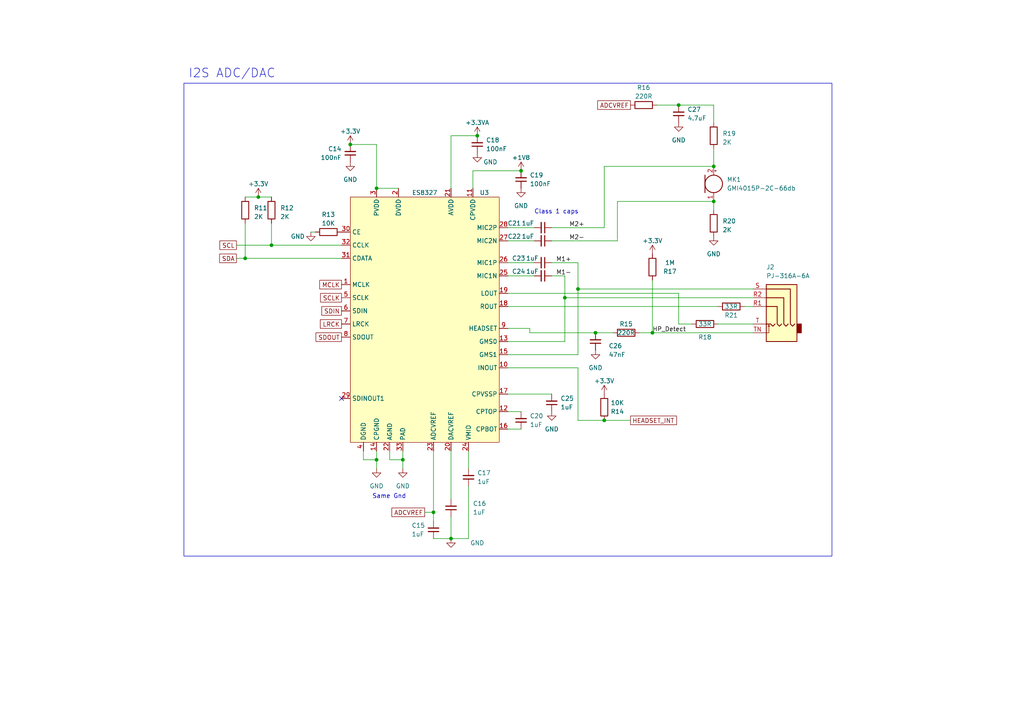
<source format=kicad_sch>
(kicad_sch (version 20230121) (generator eeschema)
  (paper "A4")
  (lib_symbols
    (symbol "Audio:ES8327"
      (property "Reference" "U" (at 0 12.7 0))
      (symbol "ES8327_1_1"
        (rectangle (start -21.59 11.43) (end 21.59 -59.69) (fill (type background)))
        (pin input line (at -24.13 -13.97 0) (length 2.54) (name "MCLK") (number "1"))
        (pin output line (at 24.13 -38.1 180) (length 2.54) (name "INOUT") (number "10"))
        (pin power_in line (at 13.97 13.97 270) (length 2.54) (name "CPVDD") (number "11"))
        (pin power_in line (at 24.13 -50.8 180) (length 2.54) (name "CPTOP") (number "12"))
        (pin input line (at 24.13 -30.48 180) (length 2.54) (name "GMS0") (number "13"))
        (pin power_in line (at -13.97 -62.23 90) (length 2.54) (name "CPGND") (number "14"))
        (pin input line (at 24.13 -34.29 180) (length 2.54) (name "GMS1") (number "15"))
        (pin power_in line (at 24.13 -55.88 180) (length 2.54) (name "CPBOT") (number "16"))
        (pin power_in line (at 24.13 -45.72 180) (length 2.54) (name "CPVSSP") (number "17"))
        (pin output line (at 24.13 -20.32 180) (length 2.54) (name "ROUT") (number "18"))
        (pin output line (at 24.13 -16.51 180) (length 2.54) (name "LOUT") (number "19"))
        (pin power_in line (at -7.62 13.97 270) (length 2.54) (name "DVDD") (number "2"))
        (pin power_in line (at 7.62 -62.23 90) (length 2.54) (name "DACVREF") (number "20"))
        (pin power_in line (at 7.62 13.97 270) (length 2.54) (name "AVDD") (number "21"))
        (pin power_in line (at -10.16 -62.23 90) (length 2.54) (name "AGND") (number "22"))
        (pin power_in line (at 2.54 -62.23 90) (length 2.54) (name "ADCVREF") (number "23"))
        (pin power_in line (at 12.7 -62.23 90) (length 2.54) (name "VMID") (number "24"))
        (pin input line (at 24.13 -11.43 180) (length 2.54) (name "MIC1N") (number "25"))
        (pin input line (at 24.13 -7.62 180) (length 2.54) (name "MIC1P") (number "26"))
        (pin input line (at 24.13 -1.27 180) (length 2.54) (name "MIC2N") (number "27"))
        (pin input line (at 24.13 2.54 180) (length 2.54) (name "MIC2P") (number "28"))
        (pin output line (at -24.13 -46.99 0) (length 2.54) (name "SDINOUT1") (number "29"))
        (pin power_in line (at -13.97 13.97 270) (length 2.54) (name "PVDD") (number "3"))
        (pin input line (at -24.13 1.27 0) (length 2.54) (name "CE") (number "30"))
        (pin input line (at -24.13 -6.35 0) (length 2.54) (name "CDATA") (number "31"))
        (pin input line (at -24.13 -2.54 0) (length 2.54) (name "CCLK") (number "32"))
        (pin power_in line (at -6.35 -62.23 90) (length 2.54) (name "PAD") (number "33"))
        (pin power_in line (at -17.78 -62.23 90) (length 2.54) (name "DGND") (number "4"))
        (pin input line (at -24.13 -17.78 0) (length 2.54) (name "SCLK") (number "5"))
        (pin input line (at -24.13 -21.59 0) (length 2.54) (name "SDIN") (number "6"))
        (pin input line (at -24.13 -25.4 0) (length 2.54) (name "LRCK") (number "7"))
        (pin output line (at -24.13 -29.21 0) (length 2.54) (name "SDOUT") (number "8"))
        (pin input line (at 24.13 -26.67 180) (length 2.54) (name "HEADSET") (number "9"))
      )
    )
    (symbol "Connector_Audio:AudioJack4_SwitchT1"
      (property "Reference" "J" (at 0 11.43 0))
      (property "Value" "AudioJack4_SwitchT1" (at 0 8.89 0))
      (symbol "AudioJack4_SwitchT1_0_1"
        (rectangle (start -7.62 -5.08) (end -8.89 -7.62) (stroke (width 0.254)) (fill (type outline)))
        (polyline (pts (xy 1.27 -5.08) (xy 2.54 -5.08)))
        (polyline (pts (xy 1.27 2.54) (xy 2.54 2.54)))
        (polyline (pts (xy 2.54 0) (xy 1.27 0)))
        (polyline (pts (xy 2.54 5.08) (xy 1.27 5.08)))
        (rectangle (start 1.27 6.35) (end -7.62 -10.16) (stroke (width 0.254)) (fill (type background)))
      )
      (symbol "AudioJack4_SwitchT1_1_1"
        (polyline (pts (xy 0.508 -5.334) (xy 0.762 -5.842)))
        (polyline (pts (xy -1.27 -5.08) (xy -0.635 -5.715) (xy 0 -5.08) (xy 1.27 -5.08)) (stroke (width 0.254)))
        (polyline (pts (xy 2.54 -7.62) (xy 0.508 -7.62) (xy 0.508 -5.334) (xy 0.254 -5.842)))
        (polyline (pts (xy -3.175 -5.08) (xy -2.54 -5.715) (xy -1.905 -5.08) (xy -1.905 0) (xy 1.27 0)) (stroke (width 0.254)))
        (polyline (pts (xy 1.27 2.54) (xy -3.81 2.54) (xy -3.81 -5.08) (xy -4.445 -5.715) (xy -5.08 -5.08)) (stroke (width 0.254)))
        (polyline (pts (xy 1.27 5.08) (xy -5.715 5.08) (xy -5.715 -5.08) (xy -6.35 -5.715) (xy -6.985 -5.08)) (stroke (width 0.254)))
        (pin passive line (at 5.08 0 180) (length 2.54) (name "~") (number "R1"))
        (pin passive line (at 5.08 2.54 180) (length 2.54) (name "~") (number "R2"))
        (pin passive line (at 5.08 5.08 180) (length 2.54) (name "~") (number "S"))
        (pin passive line (at 5.08 -5.08 180) (length 2.54) (name "~") (number "T"))
        (pin passive line (at 5.08 -7.62 180) (length 2.54) (name "~") (number "TN"))
      )
    )
    (symbol "Device:C_Small" (pin_numbers hide) (pin_names (offset 0.254) hide)
      (property "Reference" "C" (at 0.254 1.778 0))
      (property "Value" "C_Small" (at 0.254 -2.032 0))
      (symbol "C_Small_0_1"
        (polyline (pts (xy -1.524 -0.508) (xy 1.524 -0.508)) (stroke (width 0.3302)))
        (polyline (pts (xy -1.524 0.508) (xy 1.524 0.508)) (stroke (width 0.3048)))
      )
      (symbol "C_Small_1_1"
        (pin passive line (at 0 2.54 270) (length 2.032) (name "~") (number "1"))
        (pin passive line (at 0 -2.54 90) (length 2.032) (name "~") (number "2"))
      )
    )
    (symbol "Device:Microphone" (pin_names (offset 0.0254) hide)
      (property "Reference" "MK" (at -3.81 1.27 0))
      (property "Value" "Microphone" (at -3.81 -0.635 0))
      (symbol "Microphone_0_1"
        (polyline (pts (xy -2.54 2.54) (xy -2.54 -2.54)) (stroke (width 0.254)))
        (polyline (pts (xy 0.254 3.81) (xy 0.762 3.81)))
        (polyline (pts (xy 0.508 4.064) (xy 0.508 3.556)))
        (circle (center 0 0) (radius 2.54) (stroke (width 0.254)))
      )
      (symbol "Microphone_1_1"
        (pin passive line (at 0 -5.08 90) (length 2.54) (name "-") (number "1"))
        (pin passive line (at 0 5.08 270) (length 2.54) (name "+") (number "2"))
      )
    )
    (symbol "Device:R" (pin_numbers hide) (pin_names (offset 0))
      (property "Reference" "R" (at 2.032 0 90))
      (property "Value" "R" (at 0 0 90))
      (symbol "R_0_1"
        (rectangle (start -1.016 -2.54) (end 1.016 2.54) (stroke (width 0.254)))
      )
      (symbol "R_1_1"
        (pin passive line (at 0 3.81 270) (length 1.27) (name "~") (number "1"))
        (pin passive line (at 0 -3.81 90) (length 1.27) (name "~") (number "2"))
      )
    )
    (symbol "power:+1V8" (power) (pin_names (offset 0))
      (property "Value" "+1V8" (at 0 3.556 0))
      (symbol "+1V8_0_1"
        (polyline (pts (xy -0.762 1.27) (xy 0 2.54)))
        (polyline (pts (xy 0 0) (xy 0 2.54)))
        (polyline (pts (xy 0 2.54) (xy 0.762 1.27)))
      )
      (symbol "+1V8_1_1"
        (pin power_in line (at 0 0 90) (length 0) hide (name "+1V8") (number "1"))
      )
    )
    (symbol "power:+3.3V" (power) (pin_names (offset 0))
      (property "Value" "+3.3V" (at 0 3.556 0))
      (symbol "+3.3V_0_1"
        (polyline (pts (xy -0.762 1.27) (xy 0 2.54)))
        (polyline (pts (xy 0 0) (xy 0 2.54)))
        (polyline (pts (xy 0 2.54) (xy 0.762 1.27)))
      )
      (symbol "+3.3V_1_1"
        (pin power_in line (at 0 0 90) (length 0) hide (name "+3.3V") (number "1"))
      )
    )
    (symbol "power:+3.3VA" (power) (pin_names (offset 0))
      (property "Value" "+3.3VA" (at 0 3.556 0))
      (symbol "+3.3VA_0_1"
        (polyline (pts (xy -0.762 1.27) (xy 0 2.54)))
        (polyline (pts (xy 0 0) (xy 0 2.54)))
        (polyline (pts (xy 0 2.54) (xy 0.762 1.27)))
      )
      (symbol "+3.3VA_1_1"
        (pin power_in line (at 0 0 90) (length 0) hide (name "+3.3VA") (number "1"))
      )
    )
    (symbol "power:GND" (power) (pin_names (offset 0))
      (property "Value" "GND" (at 0 -3.81 0))
      (symbol "GND_0_1"
        (polyline (pts (xy 0 0) (xy 0 -1.27) (xy 1.27 -1.27) (xy 0 -2.54) (xy -1.27 -1.27) (xy 0 -1.27)))
      )
      (symbol "GND_1_1"
        (pin power_in line (at 0 0 270) (length 0) hide (name "GND") (number "1"))
      )
    )
  )
  (junction (at 138.43 39.37))
  (junction (at 74.93 57.15))
  (junction (at 71.12 74.93))
  (junction (at 175.26 121.92))
  (junction (at 189.23 96.52))
  (junction (at 116.84 133.35))
  (junction (at 172.72 96.52))
  (junction (at 196.85 30.48))
  (junction (at 207.01 48.26))
  (junction (at 78.74 71.12))
  (junction (at 163.83 86.36))
  (junction (at 207.01 58.42))
  (junction (at 109.22 133.35))
  (junction (at 130.81 156.21))
  (junction (at 109.22 54.61))
  (junction (at 101.6 41.91))
  (junction (at 125.73 148.59))
  (junction (at 167.64 83.82))
  (junction (at 151.13 49.53))
  (no_connect (at 99.06 115.57))
  (wire (pts (xy 109.22 54.61) (xy 115.57 54.61)))
  (wire (pts (xy 116.84 130.81) (xy 116.84 133.35)))
  (wire (pts (xy 74.93 57.15) (xy 78.74 57.15)))
  (wire (pts (xy 163.83 86.36) (xy 218.44 86.36)))
  (wire (pts (xy 160.02 69.85) (xy 179.07 69.85)))
  (wire (pts (xy 71.12 74.93) (xy 99.06 74.93)))
  (wire (pts (xy 200.66 93.98) (xy 196.85 93.98)))
  (wire (pts (xy 172.72 96.52) (xy 153.67 96.52)))
  (wire (pts (xy 167.64 121.92) (xy 175.26 121.92)))
  (wire (pts (xy 153.67 96.52) (xy 153.67 95.25)))
  (wire (pts (xy 147.32 124.46) (xy 151.13 124.46)))
  (wire (pts (xy 167.64 76.2) (xy 160.02 76.2)))
  (wire (pts (xy 109.22 54.61) (xy 109.22 41.91)))
  (wire (pts (xy 130.81 149.86) (xy 130.81 156.21)))
  (wire (pts (xy 175.26 121.92) (xy 182.88 121.92)))
  (wire (pts (xy 113.03 130.81) (xy 113.03 133.35)))
  (wire (pts (xy 147.32 106.68) (xy 167.64 106.68)))
  (wire (pts (xy 167.64 83.82) (xy 218.44 83.82)))
  (wire (pts (xy 185.42 96.52) (xy 189.23 96.52)))
  (wire (pts (xy 196.85 93.98) (xy 196.85 85.09)))
  (wire (pts (xy 175.26 48.26) (xy 175.26 66.04)))
  (wire (pts (xy 218.44 96.52) (xy 189.23 96.52)))
  (wire (pts (xy 125.73 148.59) (xy 125.73 151.13)))
  (wire (pts (xy 189.23 96.52) (xy 189.23 81.28)))
  (wire (pts (xy 135.89 130.81) (xy 135.89 135.89)))
  (wire (pts (xy 196.85 85.09) (xy 147.32 85.09)))
  (wire (pts (xy 207.01 60.96) (xy 207.01 58.42)))
  (wire (pts (xy 208.28 93.98) (xy 218.44 93.98)))
  (wire (pts (xy 154.94 80.01) (xy 147.32 80.01)))
  (wire (pts (xy 71.12 57.15) (xy 74.93 57.15)))
  (wire (pts (xy 207.01 43.18) (xy 207.01 48.26)))
  (wire (pts (xy 154.94 66.04) (xy 147.32 66.04)))
  (wire (pts (xy 123.19 148.59) (xy 125.73 148.59)))
  (wire (pts (xy 163.83 80.01) (xy 163.83 86.36)))
  (wire (pts (xy 179.07 58.42) (xy 207.01 58.42)))
  (wire (pts (xy 138.43 39.37) (xy 130.81 39.37)))
  (wire (pts (xy 90.17 67.31) (xy 91.44 67.31)))
  (wire (pts (xy 179.07 69.85) (xy 179.07 58.42)))
  (wire (pts (xy 147.32 119.38) (xy 151.13 119.38)))
  (wire (pts (xy 130.81 130.81) (xy 130.81 144.78)))
  (wire (pts (xy 135.89 140.97) (xy 135.89 156.21)))
  (wire (pts (xy 105.41 133.35) (xy 109.22 133.35)))
  (wire (pts (xy 68.58 74.93) (xy 71.12 74.93)))
  (wire (pts (xy 163.83 99.06) (xy 147.32 99.06)))
  (wire (pts (xy 113.03 133.35) (xy 116.84 133.35)))
  (wire (pts (xy 147.32 114.3) (xy 160.02 114.3)))
  (wire (pts (xy 207.01 35.56) (xy 207.01 30.48)))
  (wire (pts (xy 130.81 39.37) (xy 130.81 54.61)))
  (wire (pts (xy 153.67 95.25) (xy 147.32 95.25)))
  (wire (pts (xy 207.01 30.48) (xy 196.85 30.48)))
  (wire (pts (xy 167.64 102.87) (xy 167.64 83.82)))
  (wire (pts (xy 147.32 102.87) (xy 167.64 102.87)))
  (wire (pts (xy 105.41 130.81) (xy 105.41 133.35)))
  (wire (pts (xy 175.26 66.04) (xy 160.02 66.04)))
  (wire (pts (xy 78.74 71.12) (xy 99.06 71.12)))
  (wire (pts (xy 154.94 69.85) (xy 147.32 69.85)))
  (wire (pts (xy 163.83 86.36) (xy 163.83 99.06)))
  (wire (pts (xy 147.32 88.9) (xy 208.28 88.9)))
  (wire (pts (xy 135.89 156.21) (xy 130.81 156.21)))
  (wire (pts (xy 68.58 71.12) (xy 78.74 71.12)))
  (wire (pts (xy 109.22 133.35) (xy 109.22 130.81)))
  (wire (pts (xy 109.22 41.91) (xy 101.6 41.91)))
  (wire (pts (xy 167.64 83.82) (xy 167.64 76.2)))
  (wire (pts (xy 151.13 49.53) (xy 137.16 49.53)))
  (wire (pts (xy 190.5 30.48) (xy 196.85 30.48)))
  (wire (pts (xy 167.64 106.68) (xy 167.64 121.92)))
  (wire (pts (xy 207.01 48.26) (xy 175.26 48.26)))
  (wire (pts (xy 215.9 88.9) (xy 218.44 88.9)))
  (wire (pts (xy 116.84 133.35) (xy 116.84 135.89)))
  (wire (pts (xy 125.73 130.81) (xy 125.73 148.59)))
  (wire (pts (xy 78.74 64.77) (xy 78.74 71.12)))
  (wire (pts (xy 177.8 96.52) (xy 172.72 96.52)))
  (wire (pts (xy 125.73 156.21) (xy 130.81 156.21)))
  (wire (pts (xy 137.16 49.53) (xy 137.16 54.61)))
  (wire (pts (xy 160.02 80.01) (xy 163.83 80.01)))
  (wire (pts (xy 109.22 133.35) (xy 109.22 135.89)))
  (wire (pts (xy 71.12 64.77) (xy 71.12 74.93)))
  (wire (pts (xy 154.94 76.2) (xy 147.32 76.2)))
  (rectangle (start 53.34 24.13) (end 241.3 161.29))
  (text "Same Gnd" (at 107.95 144.78 0) (effects (font (size 1.27 1.27)) (justify left bottom)))
  (text "I2S ADC/DAC\n" (at 54.61 22.86 0) (effects (font (size 2.54 2.54)) (justify left bottom)))
  (text "Class 1 caps" (at 154.94 62.23 0) (effects (font (size 1.27 1.27)) (justify left bottom)))
  (label "M2+" (at 165.1 66.04 0))
  (label "M2-" (at 165.1 69.85 0))
  (label "M1-" (at 161.29 80.01 0))
  (label "M1+" (at 161.29 76.2 0))
  (label "HP_Detect" (at 189.23 96.52 0))
  (global_label "MCLK" (shape passive) (at 99.06 82.55 180) (property "Intersheetrefs" "${INTERSHEET_REFS}" (effects hide)))
  (global_label "SDOUT" (shape passive) (at 99.06 97.79 180) (property "Intersheetrefs" "${INTERSHEET_REFS}" (effects hide)))
  (global_label "SDIN" (shape passive) (at 99.06 90.17 180) (property "Intersheetrefs" "${INTERSHEET_REFS}" (effects hide)))
  (global_label "HEADSET_INT" (shape passive) (at 182.88 121.92 0) (property "Intersheetrefs" "${INTERSHEET_REFS}" (effects hide)))
  (global_label "SCLK" (shape passive) (at 99.06 86.36 180) (property "Intersheetrefs" "${INTERSHEET_REFS}" (effects hide)))
  (global_label "SCL" (shape passive) (at 68.58 71.12 180) (property "Intersheetrefs" "${INTERSHEET_REFS}" (effects hide)))
  (global_label "ADCVREF" (shape passive) (at 123.19 148.59 180) (property "Intersheetrefs" "${INTERSHEET_REFS}" (effects hide)))
  (global_label "SDA" (shape passive) (at 68.58 74.93 180) (property "Intersheetrefs" "${INTERSHEET_REFS}" (effects hide)))
  (global_label "ADCVREF" (shape passive) (at 182.88 30.48 180) (property "Intersheetrefs" "${INTERSHEET_REFS}" (effects hide)))
  (global_label "LRCK" (shape passive) (at 99.06 93.98 180) (property "Intersheetrefs" "${INTERSHEET_REFS}" (effects hide)))
  (symbol (lib_id "power:GND") (at 101.6 46.99 0) (mirror y) (unit 1)
    (property "Reference" "#PWR030" (effects hide))
    (property "Value" "GND" (at 101.6 52.07 0))
    (instances (project "Music_32_V2" (path "" (reference "#PWR030") (unit 1))) (project "Audio test board" (path "" (reference "#PWR?") (unit 1))) (project "Ipod" (path "" (reference "#PWR?") (unit 1)) (path "" (reference "#PWR024") (unit 1))))
  )
  (symbol (lib_id "Device:C_Small") (at 151.13 52.07 180) (unit 1)
    (property "Reference" "C19" (at 153.67 50.8 0) (effects (justify right)))
    (property "Value" "100nF" (at 153.67 53.34 0) (effects (justify right)))
    (property "Footprint" "Capacitor_SMD:C_0402_1005Metric" (effects hide))
    (instances (project "Music_32_V2" (path "" (reference "C19") (unit 1))) (project "Audio test board" (path "" (reference "C?") (unit 1))) (project "Ipod" (path "" (reference "C?") (unit 1)) (path "" (reference "C17") (unit 1))))
  )
  (symbol (lib_id "power:+3.3V") (at 74.93 57.15 0) (unit 1)
    (property "Reference" "#PWR027" (effects hide))
    (property "Value" "+3.3V" (at 74.93 53.34 0))
    (instances (project "Music_32_V2" (path "" (reference "#PWR027") (unit 1))) (project "Audio test board" (path "" (reference "#PWR?") (unit 1))) (project "Ipod" (path "" (reference "#PWR?") (unit 1)) (path "" (reference "#PWR021") (unit 1))))
  )
  (symbol (lib_id "power:GND") (at 207.01 68.58 0) (unit 1)
    (property "Reference" "#PWR043" (effects hide))
    (property "Value" "GND" (at 207.01 73.66 0))
    (instances (project "Music_32_V2" (path "" (reference "#PWR043") (unit 1))) (project "Audio test board" (path "" (reference "#PWR?") (unit 1))) (project "Ipod" (path "" (reference "#PWR?") (unit 1)) (path "" (reference "#PWR037") (unit 1))))
  )
  (symbol (lib_id "power:GND") (at 90.17 67.31 0) (unit 1)
    (property "Reference" "#PWR028" (effects hide))
    (property "Value" "GND" (at 86.36 68.58 0))
    (instances (project "Music_32_V2" (path "" (reference "#PWR028") (unit 1))) (project "Audio test board" (path "" (reference "#PWR?") (unit 1))) (project "Ipod" (path "" (reference "#PWR?") (unit 1)) (path "" (reference "#PWR022") (unit 1))))
  )
  (symbol (lib_id "Device:R") (at 207.01 64.77 0) (unit 1)
    (property "Reference" "R20" (at 209.55 64.135 0) (effects (justify left)))
    (property "Value" "2K" (at 209.55 66.675 0) (effects (justify left)))
    (property "Footprint" "Resistor_SMD:R_0402_1005Metric" (effects hide))
    (instances (project "Music_32_V2" (path "" (reference "R20") (unit 1))) (project "Audio test board" (path "" (reference "R?") (unit 1))) (project "Ipod" (path "" (reference "R?") (unit 1)) (path "" (reference "R18") (unit 1))))
  )
  (symbol (lib_id "Device:C_Small") (at 101.6 44.45 0) (mirror x) (unit 1)
    (property "Reference" "C14" (at 99.06 43.18 0) (effects (justify right)))
    (property "Value" "100nF" (at 99.06 45.72 0) (effects (justify right)))
    (property "Footprint" "Capacitor_SMD:C_0402_1005Metric" (effects hide))
    (instances (project "Music_32_V2" (path "" (reference "C14") (unit 1))) (project "Audio test board" (path "" (reference "C?") (unit 1))) (project "Ipod" (path "" (reference "C?") (unit 1)) (path "" (reference "C12") (unit 1))))
  )
  (symbol (lib_id "Connector_Audio:AudioJack4_SwitchT1") (at 223.52 88.9 0) (mirror y) (unit 1)
    (property "Reference" "J2" (at 222.25 77.47 0) (effects (justify right)))
    (property "Value" "PJ-316A-6A" (at 222.25 80.01 0) (effects (justify right)))
    (property "Footprint" "Footprints:PJ-316A-6A" (effects hide))
    (instances (project "Music_32_V2" (path "" (reference "J2") (unit 1))) (project "Audio test board" (path "" (reference "J?") (unit 1))) (project "Ipod" (path "" (reference "J?") (unit 1)) (path "" (reference "J1") (unit 1))))
  )
  (symbol (lib_id "power:GND") (at 151.13 54.61 0) (unit 1)
    (property "Reference" "#PWR037" (effects hide))
    (property "Value" "GND" (at 151.13 59.69 0))
    (instances (project "Music_32_V2" (path "" (reference "#PWR037") (unit 1))) (project "Audio test board" (path "" (reference "#PWR?") (unit 1))) (project "Ipod" (path "" (reference "#PWR?") (unit 1)) (path "" (reference "#PWR031") (unit 1))))
  )
  (symbol (lib_id "Device:C_Small") (at 125.73 153.67 180) (unit 1)
    (property "Reference" "C15" (at 119.38 152.4 0) (effects (justify right)))
    (property "Value" "1uF" (at 119.38 154.94 0) (effects (justify right)))
    (property "Footprint" "Capacitor_SMD:C_0402_1005Metric" (effects hide))
    (instances (project "Music_32_V2" (path "" (reference "C15") (unit 1))) (project "Audio test board" (path "" (reference "C?") (unit 1))) (project "Ipod" (path "" (reference "C?") (unit 1)) (path "" (reference "C13") (unit 1))))
  )
  (symbol (lib_id "Device:C_Small") (at 138.43 41.91 180) (unit 1)
    (property "Reference" "C18" (at 140.97 40.64 0) (effects (justify right)))
    (property "Value" "100nF" (at 140.97 43.18 0) (effects (justify right)))
    (property "Footprint" "Capacitor_SMD:C_0402_1005Metric" (effects hide))
    (instances (project "Music_32_V2" (path "" (reference "C18") (unit 1))) (project "Audio test board" (path "" (reference "C?") (unit 1))) (project "Ipod" (path "" (reference "C?") (unit 1)) (path "" (reference "C16") (unit 1))))
  )
  (symbol (lib_id "Device:C_Small") (at 157.48 69.85 270) (unit 1)
    (property "Reference" "C22" (at 151.13 68.58 90) (effects (justify right)))
    (property "Value" "1uF" (at 154.94 68.58 90) (effects (justify right)))
    (property "Footprint" "Capacitor_SMD:C_0402_1005Metric" (effects hide))
    (instances (project "Music_32_V2" (path "" (reference "C22") (unit 1))) (project "Audio test board" (path "" (reference "C?") (unit 1))) (project "Ipod" (path "" (reference "C?") (unit 1)) (path "" (reference "C20") (unit 1))))
  )
  (symbol (lib_id "Device:C_Small") (at 160.02 116.84 180) (unit 1)
    (property "Reference" "C25" (at 162.56 115.57 0) (effects (justify right)))
    (property "Value" "1uF" (at 162.56 118.11 0) (effects (justify right)))
    (property "Footprint" "Capacitor_SMD:C_0402_1005Metric" (effects hide))
    (instances (project "Music_32_V2" (path "" (reference "C25") (unit 1))) (project "Audio test board" (path "" (reference "C?") (unit 1))) (project "Ipod" (path "" (reference "C?") (unit 1)) (path "" (reference "C23") (unit 1))))
  )
  (symbol (lib_id "Device:Microphone") (at 207.01 53.34 0) (unit 1)
    (property "Reference" "MK1" (at 210.82 52.07 0) (effects (justify left)))
    (property "Value" "GMI4015P-2C-66db" (at 210.82 54.61 0) (effects (justify left)))
    (property "Footprint" "Footprints:GMI4015P-2C-66db" (effects hide))
    (instances (project "Music_32_V2" (path "" (reference "MK1") (unit 1))) (project "Audio test board" (path "" (reference "MK?") (unit 1))) (project "Ipod" (path "" (reference "MK?") (unit 1)) (path "" (reference "MK1") (unit 1))))
  )
  (symbol (lib_id "Device:C_Small") (at 157.48 80.01 270) (unit 1)
    (property "Reference" "C24" (at 152.4 78.74 90) (effects (justify right)))
    (property "Value" "1uF" (at 156.21 78.74 90) (effects (justify right)))
    (property "Footprint" "Capacitor_SMD:C_0402_1005Metric" (effects hide))
    (instances (project "Music_32_V2" (path "" (reference "C24") (unit 1))) (project "Audio test board" (path "" (reference "C?") (unit 1))) (project "Ipod" (path "" (reference "C?") (unit 1)) (path "" (reference "C22") (unit 1))))
  )
  (symbol (lib_id "Audio:ES8327") (at 123.19 68.58 0) (unit 1)
    (property "Reference" "U3" (at 139.1159 55.88 0) (effects (justify left)))
    (property "Value" "ES8327" (at 123.19 55.88 0))
    (property "Footprint" "Package_DFN_QFN:QFN-32-1EP_4x4mm_P0.4mm_EP2.9x2.9mm_ThermalVias" (effects hide))
    (instances (project "Music_32_V2" (path "" (reference "U3") (unit 1))) (project "Audio test board" (path "" (reference "U?") (unit 1))) (project "Ipod" (path "" (reference "U?") (unit 1)) (path "" (reference "U2") (unit 1))))
  )
  (symbol (lib_id "power:+3.3V") (at 189.23 73.66 0) (unit 1)
    (property "Reference" "#PWR041" (effects hide))
    (property "Value" "+3.3V" (at 189.23 69.85 0))
    (instances (project "Music_32_V2" (path "" (reference "#PWR041") (unit 1))) (project "Audio test board" (path "" (reference "#PWR?") (unit 1))) (project "Ipod" (path "" (reference "#PWR?") (unit 1)) (path "" (reference "#PWR035") (unit 1))))
  )
  (symbol (lib_id "Device:R") (at 71.12 60.96 0) (unit 1)
    (property "Reference" "R11" (at 73.66 60.325 0) (effects (justify left)))
    (property "Value" "2K" (at 73.66 62.865 0) (effects (justify left)))
    (property "Footprint" "Resistor_SMD:R_0402_1005Metric" (effects hide))
    (instances (project "Music_32_V2" (path "" (reference "R11") (unit 1))) (project "Audio test board" (path "" (reference "R?") (unit 1))) (project "Ipod" (path "" (reference "R?") (unit 1)) (path "" (reference "R9") (unit 1))))
  )
  (symbol (lib_id "Device:R") (at 207.01 39.37 0) (unit 1)
    (property "Reference" "R19" (at 209.55 38.735 0) (effects (justify left)))
    (property "Value" "2K" (at 209.55 41.275 0) (effects (justify left)))
    (property "Footprint" "Resistor_SMD:R_0402_1005Metric" (effects hide))
    (instances (project "Music_32_V2" (path "" (reference "R19") (unit 1))) (project "Audio test board" (path "" (reference "R?") (unit 1))) (project "Ipod" (path "" (reference "R?") (unit 1)) (path "" (reference "R17") (unit 1))))
  )
  (symbol (lib_id "power:GND") (at 138.43 44.45 0) (unit 1)
    (property "Reference" "#PWR035" (effects hide))
    (property "Value" "GND" (at 142.24 46.99 0))
    (instances (project "Music_32_V2" (path "" (reference "#PWR035") (unit 1))) (project "Audio test board" (path "" (reference "#PWR?") (unit 1))) (project "Ipod" (path "" (reference "#PWR?") (unit 1)) (path "" (reference "#PWR029") (unit 1))))
  )
  (symbol (lib_id "Device:R") (at 181.61 96.52 270) (unit 1)
    (property "Reference" "R15" (at 181.61 93.98 90))
    (property "Value" "220R" (at 181.61 96.52 90))
    (property "Footprint" "Resistor_SMD:R_0402_1005Metric" (effects hide))
    (instances (project "Music_32_V2" (path "" (reference "R15") (unit 1))) (project "Audio test board" (path "" (reference "R?") (unit 1))) (project "Ipod" (path "" (reference "R?") (unit 1)) (path "" (reference "R13") (unit 1))))
  )
  (symbol (lib_id "power:GND") (at 116.84 135.89 0) (unit 1)
    (property "Reference" "#PWR032" (effects hide))
    (property "Value" "GND" (at 116.84 140.97 0))
    (instances (project "Music_32_V2" (path "" (reference "#PWR032") (unit 1))) (project "Audio test board" (path "" (reference "#PWR?") (unit 1))) (project "Ipod" (path "" (reference "#PWR?") (unit 1)) (path "" (reference "#PWR026") (unit 1))))
  )
  (symbol (lib_id "power:GND") (at 160.02 119.38 0) (unit 1)
    (property "Reference" "#PWR038" (effects hide))
    (property "Value" "GND" (at 160.02 124.46 0))
    (instances (project "Music_32_V2" (path "" (reference "#PWR038") (unit 1))) (project "Audio test board" (path "" (reference "#PWR?") (unit 1))) (project "Ipod" (path "" (reference "#PWR?") (unit 1)) (path "" (reference "#PWR032") (unit 1))))
  )
  (symbol (lib_id "Device:R") (at 189.23 77.47 0) (unit 1)
    (property "Reference" "R17" (at 194.31 78.74 0))
    (property "Value" "1M" (at 194.31 76.2 0))
    (property "Footprint" "Resistor_SMD:R_0402_1005Metric" (effects hide))
    (instances (project "Music_32_V2" (path "" (reference "R17") (unit 1))) (project "Audio test board" (path "" (reference "R?") (unit 1))) (project "Ipod" (path "" (reference "R?") (unit 1)) (path "" (reference "R15") (unit 1))))
  )
  (symbol (lib_id "Device:C_Small") (at 157.48 76.2 270) (unit 1)
    (property "Reference" "C23" (at 152.4 74.93 90) (effects (justify right)))
    (property "Value" "1uF" (at 156.21 74.93 90) (effects (justify right)))
    (property "Footprint" "Capacitor_SMD:C_0402_1005Metric" (effects hide))
    (instances (project "Music_32_V2" (path "" (reference "C23") (unit 1))) (project "Audio test board" (path "" (reference "C?") (unit 1))) (project "Ipod" (path "" (reference "C?") (unit 1)) (path "" (reference "C21") (unit 1))))
  )
  (symbol (lib_id "Device:C_Small") (at 151.13 121.92 180) (unit 1)
    (property "Reference" "C20" (at 153.67 120.65 0) (effects (justify right)))
    (property "Value" "1uF" (at 153.67 123.19 0) (effects (justify right)))
    (property "Footprint" "Capacitor_SMD:C_0402_1005Metric" (effects hide))
    (instances (project "Music_32_V2" (path "" (reference "C20") (unit 1))) (project "Audio test board" (path "" (reference "C?") (unit 1))) (project "Ipod" (path "" (reference "C?") (unit 1)) (path "" (reference "C18") (unit 1))))
  )
  (symbol (lib_id "power:GND") (at 109.22 135.89 0) (unit 1)
    (property "Reference" "#PWR031" (effects hide))
    (property "Value" "GND" (at 109.22 140.97 0))
    (instances (project "Music_32_V2" (path "" (reference "#PWR031") (unit 1))) (project "Audio test board" (path "" (reference "#PWR?") (unit 1))) (project "Ipod" (path "" (reference "#PWR?") (unit 1)) (path "" (reference "#PWR025") (unit 1))))
  )
  (symbol (lib_id "Device:R") (at 95.25 67.31 90) (unit 1)
    (property "Reference" "R13" (at 95.25 62.23 90))
    (property "Value" "10K" (at 95.25 64.77 90))
    (property "Footprint" "Resistor_SMD:R_0402_1005Metric" (effects hide))
    (instances (project "Music_32_V2" (path "" (reference "R13") (unit 1))) (project "Audio test board" (path "" (reference "R?") (unit 1))) (project "Ipod" (path "" (reference "R?") (unit 1)) (path "" (reference "R11") (unit 1))))
  )
  (symbol (lib_id "Device:C_Small") (at 135.89 138.43 180) (unit 1)
    (property "Reference" "C17" (at 138.43 137.16 0) (effects (justify right)))
    (property "Value" "1uF" (at 138.43 139.7 0) (effects (justify right)))
    (property "Footprint" "Capacitor_SMD:C_0402_1005Metric" (effects hide))
    (instances (project "Music_32_V2" (path "" (reference "C17") (unit 1))) (project "Audio test board" (path "" (reference "C?") (unit 1))) (project "Ipod" (path "" (reference "C?") (unit 1)) (path "" (reference "C15") (unit 1))))
  )
  (symbol (lib_id "power:+3.3V") (at 101.6 41.91 0) (mirror y) (unit 1)
    (property "Reference" "#PWR029" (effects hide))
    (property "Value" "+3.3V" (at 101.6 38.1 0))
    (instances (project "Music_32_V2" (path "" (reference "#PWR029") (unit 1))) (project "Audio test board" (path "" (reference "#PWR?") (unit 1))) (project "Ipod" (path "" (reference "#PWR?") (unit 1)) (path "" (reference "#PWR023") (unit 1))))
  )
  (symbol (lib_id "Device:C_Small") (at 172.72 99.06 180) (unit 1)
    (property "Reference" "C26" (at 176.53 100.33 0) (effects (justify right)))
    (property "Value" "47nF" (at 176.53 102.87 0) (effects (justify right)))
    (property "Footprint" "Capacitor_SMD:C_0402_1005Metric" (effects hide))
    (instances (project "Music_32_V2" (path "" (reference "C26") (unit 1))) (project "Audio test board" (path "" (reference "C?") (unit 1))) (project "Ipod" (path "" (reference "C?") (unit 1)) (path "" (reference "C24") (unit 1))))
  )
  (symbol (lib_id "Device:C_Small") (at 130.81 147.32 180) (unit 1)
    (property "Reference" "C16" (at 137.16 146.05 0) (effects (justify right)))
    (property "Value" "1uF" (at 137.16 148.59 0) (effects (justify right)))
    (property "Footprint" "Capacitor_SMD:C_0402_1005Metric" (effects hide))
    (instances (project "Music_32_V2" (path "" (reference "C16") (unit 1))) (project "Audio test board" (path "" (reference "C?") (unit 1))) (project "Ipod" (path "" (reference "C?") (unit 1)) (path "" (reference "C14") (unit 1))))
  )
  (symbol (lib_id "Device:R") (at 204.47 93.98 90) (unit 1)
    (property "Reference" "R18" (at 204.47 97.79 90))
    (property "Value" "33R" (at 204.47 93.98 90))
    (property "Footprint" "Resistor_SMD:R_0402_1005Metric" (effects hide))
    (instances (project "Music_32_V2" (path "" (reference "R18") (unit 1))) (project "Audio test board" (path "" (reference "R?") (unit 1))) (project "Ipod" (path "" (reference "R?") (unit 1)) (path "" (reference "R16") (unit 1))))
  )
  (symbol (lib_id "power:GND") (at 130.81 156.21 0) (unit 1)
    (property "Reference" "#PWR033" (effects hide))
    (property "Value" "GND" (at 138.43 157.48 0))
    (instances (project "Music_32_V2" (path "" (reference "#PWR033") (unit 1))) (project "Audio test board" (path "" (reference "#PWR?") (unit 1))) (project "Ipod" (path "" (reference "#PWR?") (unit 1)) (path "" (reference "#PWR027") (unit 1))))
  )
  (symbol (lib_id "power:+3.3V") (at 175.26 114.3 0) (unit 1)
    (property "Reference" "#PWR040" (effects hide))
    (property "Value" "+3.3V" (at 175.26 110.49 0))
    (instances (project "Music_32_V2" (path "" (reference "#PWR040") (unit 1))) (project "Audio test board" (path "" (reference "#PWR?") (unit 1))) (project "Ipod" (path "" (reference "#PWR?") (unit 1)) (path "" (reference "#PWR034") (unit 1))))
  )
  (symbol (lib_id "Device:R") (at 212.09 88.9 90) (unit 1)
    (property "Reference" "R21" (at 212.09 91.44 90))
    (property "Value" "33R" (at 212.09 88.9 90))
    (property "Footprint" "Resistor_SMD:R_0402_1005Metric" (effects hide))
    (instances (project "Music_32_V2" (path "" (reference "R21") (unit 1))) (project "Audio test board" (path "" (reference "R?") (unit 1))) (project "Ipod" (path "" (reference "R?") (unit 1)) (path "" (reference "R19") (unit 1))))
  )
  (symbol (lib_id "power:GND") (at 196.85 35.56 0) (unit 1)
    (property "Reference" "#PWR042" (effects hide))
    (property "Value" "GND" (at 196.85 40.64 0))
    (instances (project "Music_32_V2" (path "" (reference "#PWR042") (unit 1))) (project "Audio test board" (path "" (reference "#PWR?") (unit 1))) (project "Ipod" (path "" (reference "#PWR?") (unit 1)) (path "" (reference "#PWR036") (unit 1))))
  )
  (symbol (lib_id "Device:C_Small") (at 196.85 33.02 180) (unit 1)
    (property "Reference" "C27" (at 199.39 31.75 0) (effects (justify right)))
    (property "Value" "4.7uF" (at 199.39 34.29 0) (effects (justify right)))
    (property "Footprint" "Capacitor_SMD:C_0402_1005Metric" (effects hide))
    (instances (project "Music_32_V2" (path "" (reference "C27") (unit 1))) (project "Audio test board" (path "" (reference "C?") (unit 1))) (project "Ipod" (path "" (reference "C?") (unit 1)) (path "" (reference "C25") (unit 1))))
  )
  (symbol (lib_id "Device:R") (at 175.26 118.11 0) (unit 1)
    (property "Reference" "R14" (at 179.07 119.38 0))
    (property "Value" "10K" (at 179.07 116.84 0))
    (property "Footprint" "Resistor_SMD:R_0402_1005Metric" (effects hide))
    (instances (project "Music_32_V2" (path "" (reference "R14") (unit 1))) (project "Audio test board" (path "" (reference "R?") (unit 1))) (project "Ipod" (path "" (reference "R?") (unit 1)) (path "" (reference "R12") (unit 1))))
  )
  (symbol (lib_id "Device:R") (at 186.69 30.48 90) (unit 1)
    (property "Reference" "R16" (at 186.69 25.4 90))
    (property "Value" "220R" (at 186.69 27.94 90))
    (property "Footprint" "Resistor_SMD:R_0402_1005Metric" (effects hide))
    (instances (project "Music_32_V2" (path "" (reference "R16") (unit 1))) (project "Audio test board" (path "" (reference "R?") (unit 1))) (project "Ipod" (path "" (reference "R?") (unit 1)) (path "" (reference "R14") (unit 1))))
  )
  (symbol (lib_id "Device:C_Small") (at 157.48 66.04 270) (unit 1)
    (property "Reference" "C21" (at 151.13 64.77 90) (effects (justify right)))
    (property "Value" "1uF" (at 154.94 64.77 90) (effects (justify right)))
    (property "Footprint" "Capacitor_SMD:C_0402_1005Metric" (effects hide))
    (instances (project "Music_32_V2" (path "" (reference "C21") (unit 1))) (project "Audio test board" (path "" (reference "C?") (unit 1))) (project "Ipod" (path "" (reference "C?") (unit 1)) (path "" (reference "C19") (unit 1))))
  )
  (symbol (lib_id "Device:R") (at 78.74 60.96 0) (unit 1)
    (property "Reference" "R12" (at 81.28 60.325 0) (effects (justify left)))
    (property "Value" "2K" (at 81.28 62.865 0) (effects (justify left)))
    (property "Footprint" "Resistor_SMD:R_0402_1005Metric" (effects hide))
    (instances (project "Music_32_V2" (path "" (reference "R12") (unit 1))) (project "Audio test board" (path "" (reference "R?") (unit 1))) (project "Ipod" (path "" (reference "R?") (unit 1)) (path "" (reference "R10") (unit 1))))
  )
  (symbol (lib_id "power:+3.3VA") (at 138.43 39.37 0) (unit 1)
    (property "Reference" "#PWR034" (effects hide))
    (property "Value" "+3.3VA" (at 138.43 35.56 0))
    (instances (project "Music_32_V2" (path "" (reference "#PWR034") (unit 1))) (project "Audio test board" (path "" (reference "#PWR?") (unit 1))) (project "Ipod" (path "" (reference "#PWR?") (unit 1)) (path "" (reference "#PWR028") (unit 1))))
  )
  (symbol (lib_id "power:GND") (at 172.72 101.6 0) (unit 1)
    (property "Reference" "#PWR039" (effects hide))
    (property "Value" "GND" (at 172.72 106.68 0))
    (instances (project "Music_32_V2" (path "" (reference "#PWR039") (unit 1))) (project "Audio test board" (path "" (reference "#PWR?") (unit 1))) (project "Ipod" (path "" (reference "#PWR?") (unit 1)) (path "" (reference "#PWR033") (unit 1))))
  )
  (symbol (lib_id "power:+1V8") (at 151.13 49.53 0) (unit 1)
    (property "Reference" "#PWR036" (effects hide))
    (property "Value" "+1V8" (at 151.13 45.72 0))
    (instances (project "Music_32_V2" (path "" (reference "#PWR036") (unit 1))) (project "Audio test board" (path "" (reference "#PWR?") (unit 1))) (project "Ipod" (path "" (reference "#PWR?") (unit 1)) (path "" (reference "#PWR030") (unit 1))))
  )
)
</source>
